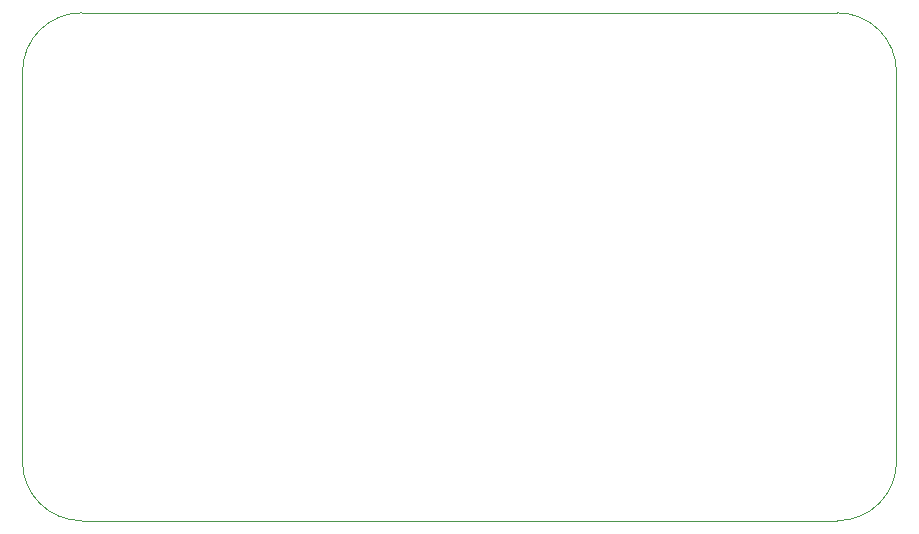
<source format=gbr>
%TF.GenerationSoftware,KiCad,Pcbnew,7.0.1-0*%
%TF.CreationDate,2023-07-23T18:38:08-04:00*%
%TF.ProjectId,Penfold_VCA,50656e66-6f6c-4645-9f56-43412e6b6963,rev?*%
%TF.SameCoordinates,Original*%
%TF.FileFunction,Profile,NP*%
%FSLAX46Y46*%
G04 Gerber Fmt 4.6, Leading zero omitted, Abs format (unit mm)*
G04 Created by KiCad (PCBNEW 7.0.1-0) date 2023-07-23 18:38:08*
%MOMM*%
%LPD*%
G01*
G04 APERTURE LIST*
%TA.AperFunction,Profile*%
%ADD10C,0.100000*%
%TD*%
G04 APERTURE END LIST*
D10*
X107000000Y-78000000D02*
G75*
G03*
X102000000Y-83000000I0J-5000000D01*
G01*
X176000000Y-83000000D02*
G75*
G03*
X171000000Y-78000000I-5000000J0D01*
G01*
X171000000Y-121000000D02*
X107000000Y-121000000D01*
X107000000Y-78000000D02*
X171000000Y-78000000D01*
X176000000Y-83000000D02*
X176000000Y-116000000D01*
X102000000Y-116000000D02*
G75*
G03*
X107000000Y-121000000I5000000J0D01*
G01*
X171000000Y-121000000D02*
G75*
G03*
X176000000Y-116000000I0J5000000D01*
G01*
X102000000Y-83000000D02*
X102000000Y-116000000D01*
M02*

</source>
